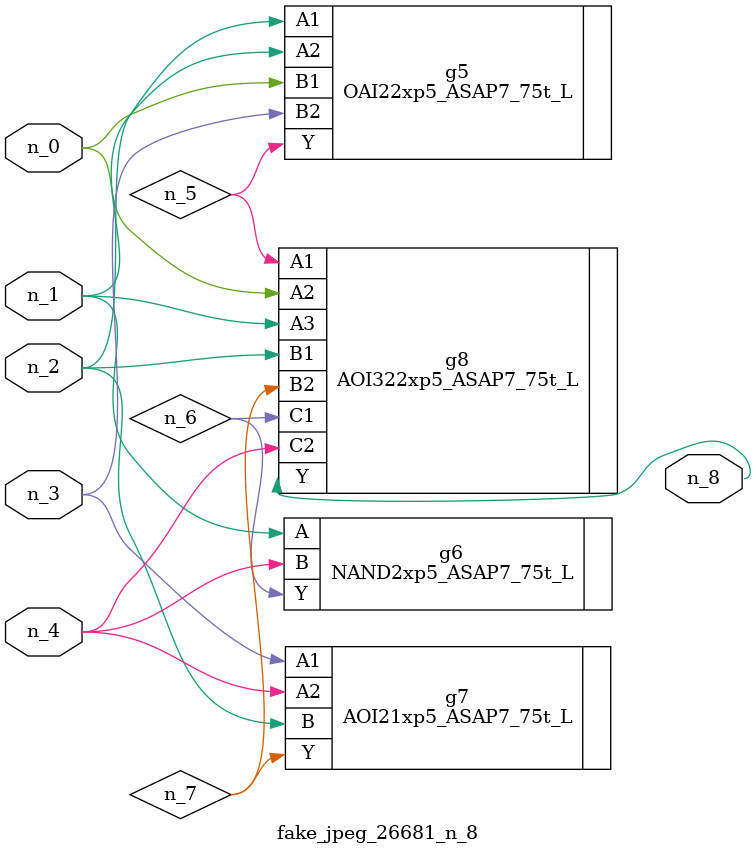
<source format=v>
module fake_jpeg_26681_n_8 (n_3, n_2, n_1, n_0, n_4, n_8);

input n_3;
input n_2;
input n_1;
input n_0;
input n_4;

output n_8;

wire n_6;
wire n_5;
wire n_7;

OAI22xp5_ASAP7_75t_L g5 ( 
.A1(n_2),
.A2(n_1),
.B1(n_0),
.B2(n_3),
.Y(n_5)
);

NAND2xp5_ASAP7_75t_L g6 ( 
.A(n_1),
.B(n_4),
.Y(n_6)
);

AOI21xp5_ASAP7_75t_L g7 ( 
.A1(n_3),
.A2(n_4),
.B(n_2),
.Y(n_7)
);

AOI322xp5_ASAP7_75t_L g8 ( 
.A1(n_5),
.A2(n_0),
.A3(n_1),
.B1(n_2),
.B2(n_7),
.C1(n_6),
.C2(n_4),
.Y(n_8)
);


endmodule
</source>
